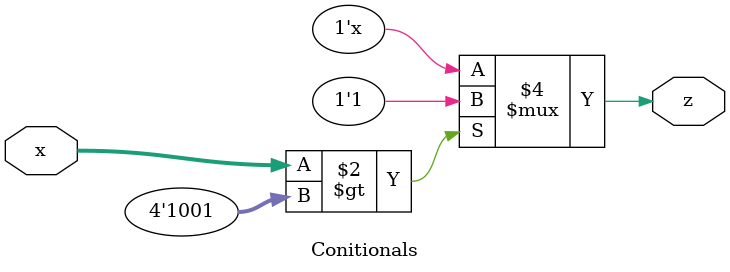
<source format=v>
module Conitionals(x, z);
	input [4:0] x;
	output reg z;
	
	always @(x)
	if(x > 4'b1001)
		z = 4'b1001;
		
endmodule

</source>
